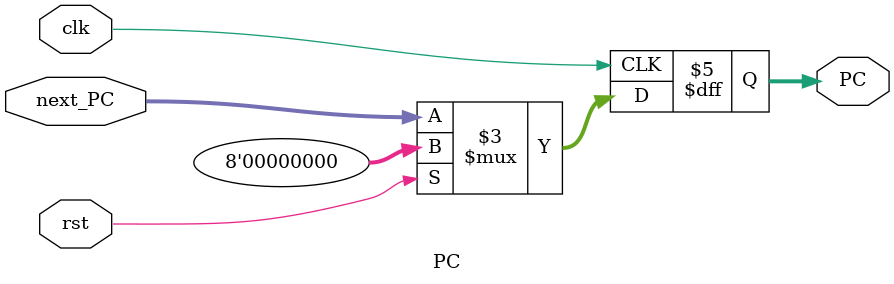
<source format=sv>
module PC#(parameter MEM_ADDRESS_WIDTH=8)(
    input logic clk,
    input logic rst,
    input logic [MEM_ADDRESS_WIDTH-1:0] next_PC,
    output logic [MEM_ADDRESS_WIDTH-1:0] PC
);

always_ff @(posedge clk)begin 
    if(rst)
        PC={MEM_ADDRESS_WIDTH{1'b0}};
    else
        PC=next_PC;
end

endmodule

</source>
